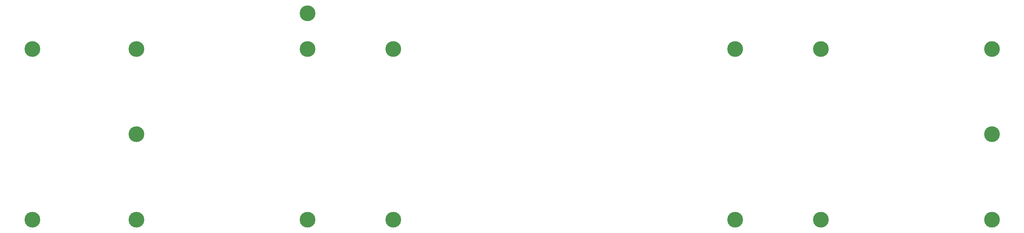
<source format=gbr>
G04 #@! TF.GenerationSoftware,KiCad,Pcbnew,(5.1.4-0)*
G04 #@! TF.CreationDate,2021-05-08T11:25:55-05:00*
G04 #@! TF.ProjectId,ori_bottom_plate,6f72695f-626f-4747-946f-6d5f706c6174,rev?*
G04 #@! TF.SameCoordinates,Original*
G04 #@! TF.FileFunction,Copper,L2,Bot*
G04 #@! TF.FilePolarity,Positive*
%FSLAX46Y46*%
G04 Gerber Fmt 4.6, Leading zero omitted, Abs format (unit mm)*
G04 Created by KiCad (PCBNEW (5.1.4-0)) date 2021-05-08 11:25:55*
%MOMM*%
%LPD*%
G04 APERTURE LIST*
%ADD10C,3.500000*%
G04 APERTURE END LIST*
D10*
X141739627Y-59659843D03*
X141739627Y-97659743D03*
X202907300Y-51680000D03*
X354920000Y-97660000D03*
X354920000Y-59660000D03*
X297920000Y-97660000D03*
X297920000Y-59660000D03*
X221920000Y-97660000D03*
X221920000Y-59660000D03*
X164920000Y-59660000D03*
X164920000Y-97660000D03*
X354920000Y-78660000D03*
X316920000Y-97660000D03*
X316920000Y-59660000D03*
X202920000Y-97660000D03*
X202920000Y-59675000D03*
X164920000Y-78660000D03*
M02*

</source>
